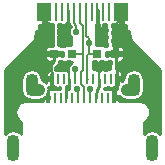
<source format=gtl>
G04 #@! TF.FileFunction,Copper,L1,Top,Signal*
%FSLAX45Y45*%
G04 Gerber Fmt 4.5, Leading zero omitted, Abs format (unit mm)*
G04 Created by KiCad (PCBNEW (2015-06-14 BZR 5747, Git dc9ebf3)-product) date 7/9/2015 01:47:13*
%MOMM*%
G01*
G04 APERTURE LIST*
%ADD10C,0.254000*%
%ADD11R,0.250000X1.500000*%
%ADD12R,1.250000X1.500000*%
%ADD13O,1.100000X1.900000*%
%ADD14O,1.100000X2.250000*%
%ADD15R,0.300000X0.850000*%
%ADD16R,0.250000X0.850000*%
%ADD17O,1.550000X1.100000*%
%ADD18R,0.800000X0.750000*%
%ADD19C,0.558800*%
%ADD20C,0.152400*%
%ADD21C,0.203200*%
%ADD22C,0.304800*%
G04 APERTURE END LIST*
D10*
D11*
X7395000Y-8078000D03*
X7445000Y-8078000D03*
X7495000Y-8078000D03*
X7545000Y-8078000D03*
X7595000Y-8078000D03*
X7645000Y-8078000D03*
X7695000Y-8078000D03*
X7745000Y-8078000D03*
X7795000Y-8078000D03*
X7845000Y-8078000D03*
D12*
X7945000Y-8078000D03*
X7295000Y-8078000D03*
D13*
X7188000Y-8693000D03*
D14*
X8207500Y-9225500D03*
D15*
X7357500Y-8640500D03*
D16*
X7407500Y-8640500D03*
X7457500Y-8640500D03*
X7507500Y-8640500D03*
X7557500Y-8640500D03*
X7607500Y-8640500D03*
X7657500Y-8640500D03*
X7707500Y-8640500D03*
X7757500Y-8640500D03*
X7807500Y-8640500D03*
X7857500Y-8640500D03*
D15*
X7910000Y-8640500D03*
X7885000Y-8800500D03*
D16*
X7832500Y-8800500D03*
X7782500Y-8800500D03*
X7732500Y-8800500D03*
X7682500Y-8800500D03*
X7632500Y-8800500D03*
X7582500Y-8800500D03*
X7532500Y-8800500D03*
X7482500Y-8800500D03*
X7432500Y-8800500D03*
X7382500Y-8800500D03*
D15*
X7330000Y-8800500D03*
D14*
X7032500Y-9225500D03*
D13*
X8052000Y-8693000D03*
D17*
X7220500Y-8733000D03*
X8019500Y-8733000D03*
D18*
X7745000Y-8428000D03*
X7895000Y-8428000D03*
X7525000Y-8428000D03*
X7375000Y-8428000D03*
D19*
X7670000Y-8338000D03*
X7574094Y-8725986D03*
X7358880Y-8318000D03*
X7300000Y-8198000D03*
X7300000Y-8258000D03*
X7240000Y-8258000D03*
X7240000Y-8318000D03*
X7300000Y-8318000D03*
X7358880Y-8258000D03*
X7358880Y-8198000D03*
X8000000Y-8318000D03*
X8000000Y-8258000D03*
X7940000Y-8198000D03*
X7940000Y-8258000D03*
X7940000Y-8318000D03*
X7881120Y-8318000D03*
X7881120Y-8258000D03*
X7881120Y-8198000D03*
X7810000Y-8318000D03*
X7722442Y-8508680D03*
X7505964Y-8509527D03*
X7750000Y-8317774D03*
X7430000Y-8198000D03*
X7430000Y-8258000D03*
X7430000Y-8318000D03*
X7490000Y-8318000D03*
X7490000Y-8258000D03*
X7490000Y-8198000D03*
X7750000Y-8258000D03*
X7810000Y-8258000D03*
X7810000Y-8198000D03*
X7750000Y-8198000D03*
X7467600Y-8554820D03*
X7404100Y-8554820D03*
X7435850Y-8509000D03*
X7753350Y-8554820D03*
X7816850Y-8554820D03*
X7848600Y-8509000D03*
X7785100Y-8509000D03*
X7492176Y-8723724D03*
X7558236Y-8558000D03*
X7567299Y-8241698D03*
X7683300Y-8724565D03*
D20*
X7670000Y-8338000D02*
X7670000Y-8298487D01*
X7670000Y-8298487D02*
X7650481Y-8278968D01*
X7645000Y-8168240D02*
X7645000Y-8078000D01*
X7650481Y-8278968D02*
X7650481Y-8173721D01*
X7650481Y-8173721D02*
X7645000Y-8168240D01*
X7657500Y-8640500D02*
X7657500Y-8440014D01*
X7657500Y-8440014D02*
X7669514Y-8428000D01*
X7745000Y-8428000D02*
X7669514Y-8428000D01*
X7670000Y-8338000D02*
X7670000Y-8377513D01*
X7670000Y-8377513D02*
X7669514Y-8377999D01*
X7669514Y-8377999D02*
X7669514Y-8428000D01*
X7657500Y-8640500D02*
X7657500Y-8436856D01*
D10*
X7658100Y-8639900D02*
X7657500Y-8640500D01*
D20*
X7582500Y-8734392D02*
X7574094Y-8725986D01*
X7582500Y-8800500D02*
X7582500Y-8734392D01*
X7358880Y-8258000D02*
X7358880Y-8318000D01*
D21*
X7240000Y-8258000D02*
X7300000Y-8258000D01*
X7300000Y-8318000D02*
X7240000Y-8318000D01*
X7295000Y-8078000D02*
X7295000Y-8134120D01*
X7295000Y-8134120D02*
X7358880Y-8198000D01*
X7940000Y-8198000D02*
X8000000Y-8258000D01*
X7940000Y-8318000D02*
X7940000Y-8258000D01*
X7881120Y-8258000D02*
X7881120Y-8318000D01*
X7945000Y-8078000D02*
X7945000Y-8134120D01*
X7945000Y-8134120D02*
X7881120Y-8198000D01*
D10*
X7357500Y-8640500D02*
X7357500Y-8587163D01*
X7357500Y-8587163D02*
X7348220Y-8577883D01*
X7375000Y-8428000D02*
X7375000Y-8490900D01*
X7375000Y-8490900D02*
X7348220Y-8517680D01*
X7348220Y-8517680D02*
X7348220Y-8577883D01*
X7895000Y-8428000D02*
X7904480Y-8437480D01*
X7904480Y-8437480D02*
X7904480Y-8556716D01*
X7904480Y-8556716D02*
X7910000Y-8562236D01*
X7910000Y-8562236D02*
X7910000Y-8640500D01*
X7885000Y-8732600D02*
X7909600Y-8708000D01*
X7885000Y-8800500D02*
X7885000Y-8732600D01*
X7909600Y-8640900D02*
X7910000Y-8640500D01*
X7909600Y-8708000D02*
X7909600Y-8640900D01*
X7330000Y-8732600D02*
X7330000Y-8800500D01*
X7354200Y-8708400D02*
X7330000Y-8732600D01*
X7357500Y-8708400D02*
X7354200Y-8708400D01*
X7357500Y-8640500D02*
X7357500Y-8708400D01*
D22*
X7330000Y-8800500D02*
X7296388Y-8800500D01*
D20*
X7619200Y-8427200D02*
X7620000Y-8428000D01*
X7619200Y-8192440D02*
X7619200Y-8427200D01*
X7595000Y-8168240D02*
X7619200Y-8192440D01*
X7595000Y-8078000D02*
X7595000Y-8168240D01*
X7620000Y-8570260D02*
X7607500Y-8582760D01*
X7607500Y-8582760D02*
X7607500Y-8640500D01*
X7620000Y-8428000D02*
X7620000Y-8570260D01*
X7620000Y-8428000D02*
X7525000Y-8428000D01*
X7607500Y-8686648D02*
X7607500Y-8640500D01*
X7632500Y-8711648D02*
X7607500Y-8686648D01*
X7632500Y-8800500D02*
X7632500Y-8711648D01*
X7810000Y-8258000D02*
X7810000Y-8318000D01*
D21*
X7757500Y-8640500D02*
X7757500Y-8543738D01*
X7486650Y-8519267D02*
X7497237Y-8508680D01*
X7486650Y-8556830D02*
X7486650Y-8519267D01*
X7507500Y-8640500D02*
X7507500Y-8577680D01*
X7757500Y-8543738D02*
X7722442Y-8508680D01*
X7507500Y-8577680D02*
X7486650Y-8556830D01*
X7750000Y-8258000D02*
X7750000Y-8314658D01*
X7430000Y-8318000D02*
X7430000Y-8258000D01*
X7490000Y-8258000D02*
X7490000Y-8318000D01*
X7495000Y-8078000D02*
X7495000Y-8193000D01*
X7495000Y-8193000D02*
X7490000Y-8198000D01*
X7810000Y-8198000D02*
X7810000Y-8258000D01*
X7745000Y-8078000D02*
X7745000Y-8193000D01*
X7745000Y-8193000D02*
X7750000Y-8198000D01*
X7404100Y-8554820D02*
X7467600Y-8554820D01*
X7816850Y-8554820D02*
X7753350Y-8554820D01*
X7785100Y-8509000D02*
X7848600Y-8509000D01*
D10*
X7732500Y-8758068D02*
X7739180Y-8751387D01*
X7732500Y-8800500D02*
X7732500Y-8758068D01*
X7757500Y-8708400D02*
X7757500Y-8640500D01*
X7739180Y-8726720D02*
X7757500Y-8708400D01*
X7739180Y-8751387D02*
X7739180Y-8726720D01*
X7507500Y-8640500D02*
X7507500Y-8708400D01*
X7482500Y-8733400D02*
X7492176Y-8723724D01*
X7482500Y-8800500D02*
X7482500Y-8733400D01*
X7507500Y-8708400D02*
X7492176Y-8723724D01*
D20*
X7557500Y-8640500D02*
X7557500Y-8558736D01*
X7557500Y-8558736D02*
X7558236Y-8558000D01*
X7545000Y-8168240D02*
X7567299Y-8190539D01*
X7567299Y-8241698D02*
X7567299Y-8190539D01*
X7545000Y-8168240D02*
X7545000Y-8078000D01*
X7682500Y-8725365D02*
X7683300Y-8724565D01*
X7682500Y-8800500D02*
X7682500Y-8725365D01*
D10*
G36*
X7840022Y-8501343D02*
X7853680Y-8504082D01*
X7853680Y-8556716D01*
X7854165Y-8559154D01*
X7845000Y-8559154D01*
X7832293Y-8561619D01*
X7820000Y-8559154D01*
X7795000Y-8559154D01*
X7780473Y-8561972D01*
X7767704Y-8570360D01*
X7766260Y-8572500D01*
X7748820Y-8572500D01*
X7747640Y-8570704D01*
X7734978Y-8562157D01*
X7720000Y-8559154D01*
X7708900Y-8559154D01*
X7708900Y-8534400D01*
X7707933Y-8529540D01*
X7705180Y-8525420D01*
X7705180Y-8525419D01*
X7703220Y-8523460D01*
X7703220Y-8503989D01*
X7705000Y-8504346D01*
X7785000Y-8504346D01*
X7799527Y-8501528D01*
X7807486Y-8496300D01*
X7832551Y-8496300D01*
X7840022Y-8501343D01*
X7840022Y-8501343D01*
G37*
X7840022Y-8501343D02*
X7853680Y-8504082D01*
X7853680Y-8556716D01*
X7854165Y-8559154D01*
X7845000Y-8559154D01*
X7832293Y-8561619D01*
X7820000Y-8559154D01*
X7795000Y-8559154D01*
X7780473Y-8561972D01*
X7767704Y-8570360D01*
X7766260Y-8572500D01*
X7748820Y-8572500D01*
X7747640Y-8570704D01*
X7734978Y-8562157D01*
X7720000Y-8559154D01*
X7708900Y-8559154D01*
X7708900Y-8534400D01*
X7707933Y-8529540D01*
X7705180Y-8525420D01*
X7705180Y-8525419D01*
X7703220Y-8523460D01*
X7703220Y-8503989D01*
X7705000Y-8504346D01*
X7785000Y-8504346D01*
X7799527Y-8501528D01*
X7807486Y-8496300D01*
X7832551Y-8496300D01*
X7840022Y-8501343D01*
G36*
X7472019Y-8496564D02*
X7485000Y-8499167D01*
X7531100Y-8499167D01*
X7531100Y-8503254D01*
X7523750Y-8506291D01*
X7506587Y-8523424D01*
X7497287Y-8545821D01*
X7497265Y-8570073D01*
X7498268Y-8572500D01*
X7491223Y-8572500D01*
X7482981Y-8566936D01*
X7470000Y-8564333D01*
X7445000Y-8564333D01*
X7432410Y-8566776D01*
X7432356Y-8566811D01*
X7420000Y-8564333D01*
X7396176Y-8564333D01*
X7393940Y-8560987D01*
X7393940Y-8536618D01*
X7407329Y-8523229D01*
X7417240Y-8508396D01*
X7419239Y-8498344D01*
X7427590Y-8496724D01*
X7428236Y-8496300D01*
X7471628Y-8496300D01*
X7472019Y-8496564D01*
X7472019Y-8496564D01*
G37*
X7472019Y-8496564D02*
X7485000Y-8499167D01*
X7531100Y-8499167D01*
X7531100Y-8503254D01*
X7523750Y-8506291D01*
X7506587Y-8523424D01*
X7497287Y-8545821D01*
X7497265Y-8570073D01*
X7498268Y-8572500D01*
X7491223Y-8572500D01*
X7482981Y-8566936D01*
X7470000Y-8564333D01*
X7445000Y-8564333D01*
X7432410Y-8566776D01*
X7432356Y-8566811D01*
X7420000Y-8564333D01*
X7396176Y-8564333D01*
X7393940Y-8560987D01*
X7393940Y-8536618D01*
X7407329Y-8523229D01*
X7417240Y-8508396D01*
X7419239Y-8498344D01*
X7427590Y-8496724D01*
X7428236Y-8496300D01*
X7471628Y-8496300D01*
X7472019Y-8496564D01*
G36*
X7307700Y-8065300D02*
X7309700Y-8065300D01*
X7309700Y-8090700D01*
X7307700Y-8090700D01*
X7307700Y-8175860D01*
X7315320Y-8183480D01*
X7363563Y-8183480D01*
X7366718Y-8182173D01*
X7366980Y-8182350D01*
X7366980Y-8360020D01*
X7362300Y-8360020D01*
X7362300Y-8367640D01*
X7354680Y-8360020D01*
X7328937Y-8360020D01*
X7317734Y-8364660D01*
X7309160Y-8373234D01*
X7304520Y-8384437D01*
X7304520Y-8407680D01*
X7312140Y-8415300D01*
X7362300Y-8415300D01*
X7362300Y-8413300D01*
X7387700Y-8413300D01*
X7387700Y-8415300D01*
X7437860Y-8415300D01*
X7442140Y-8411020D01*
X7451333Y-8411020D01*
X7451333Y-8449423D01*
X7448029Y-8448051D01*
X7445208Y-8448048D01*
X7437860Y-8440700D01*
X7387700Y-8440700D01*
X7387700Y-8442700D01*
X7362300Y-8442700D01*
X7362300Y-8440700D01*
X7312140Y-8440700D01*
X7304520Y-8448320D01*
X7304520Y-8471563D01*
X7309160Y-8482766D01*
X7317734Y-8491340D01*
X7328937Y-8495980D01*
X7354680Y-8495980D01*
X7358380Y-8492280D01*
X7358380Y-8501205D01*
X7349166Y-8519633D01*
X7348853Y-8520777D01*
X7348193Y-8521764D01*
X7347161Y-8526955D01*
X7345763Y-8532059D01*
X7345911Y-8533236D01*
X7345680Y-8534400D01*
X7345680Y-8536549D01*
X7343151Y-8542641D01*
X7343129Y-8566892D01*
X7344099Y-8569239D01*
X7342380Y-8567520D01*
X7336437Y-8567520D01*
X7325234Y-8572160D01*
X7316660Y-8580734D01*
X7312020Y-8591937D01*
X7312020Y-8620180D01*
X7319640Y-8627800D01*
X7350000Y-8627800D01*
X7350000Y-8625800D01*
X7361333Y-8625800D01*
X7361333Y-8683000D01*
X7363776Y-8695590D01*
X7365000Y-8697454D01*
X7365000Y-8705860D01*
X7372620Y-8713480D01*
X7378563Y-8713480D01*
X7380169Y-8712815D01*
X7382019Y-8714064D01*
X7395000Y-8716667D01*
X7420000Y-8716667D01*
X7431224Y-8714489D01*
X7431216Y-8724333D01*
X7420000Y-8724333D01*
X7407410Y-8726776D01*
X7407356Y-8726811D01*
X7395000Y-8724333D01*
X7370000Y-8724333D01*
X7357410Y-8726776D01*
X7354260Y-8728845D01*
X7351063Y-8727520D01*
X7345120Y-8727520D01*
X7342700Y-8729940D01*
X7342700Y-8727520D01*
X7332095Y-8727520D01*
X7328662Y-8710259D01*
X7336437Y-8713480D01*
X7342380Y-8713480D01*
X7350000Y-8705860D01*
X7350000Y-8653200D01*
X7319640Y-8653200D01*
X7312020Y-8660820D01*
X7312020Y-8677668D01*
X7307405Y-8670761D01*
X7278849Y-8651680D01*
X7276020Y-8651117D01*
X7276020Y-8650492D01*
X7269320Y-8616808D01*
X7250239Y-8588252D01*
X7221684Y-8569172D01*
X7188000Y-8562472D01*
X7154316Y-8569172D01*
X7125760Y-8588252D01*
X7106680Y-8616808D01*
X7099980Y-8650492D01*
X7099980Y-8735508D01*
X7106680Y-8769192D01*
X7125760Y-8797748D01*
X7154316Y-8816828D01*
X7188000Y-8823528D01*
X7200609Y-8821020D01*
X7245165Y-8821020D01*
X7278849Y-8814320D01*
X7284520Y-8810531D01*
X7284520Y-8813200D01*
X7292140Y-8813200D01*
X7284520Y-8820820D01*
X7284520Y-8827280D01*
X7145000Y-8827280D01*
X7140583Y-8828159D01*
X7136081Y-8828159D01*
X7116946Y-8831965D01*
X7116946Y-8831965D01*
X7109653Y-8834985D01*
X7100465Y-8838791D01*
X7100465Y-8838791D01*
X7100465Y-8838791D01*
X7084244Y-8849630D01*
X7077937Y-8855937D01*
X7071630Y-8862244D01*
X7060791Y-8878465D01*
X7060791Y-8878465D01*
X7060791Y-8878465D01*
X7053964Y-8894946D01*
X7053964Y-8894946D01*
X7050158Y-8914080D01*
X7050158Y-8931920D01*
X7053964Y-8951054D01*
X7053964Y-8951054D01*
X7057784Y-8960275D01*
X7060791Y-8967535D01*
X7060791Y-8967535D01*
X7071630Y-8983756D01*
X7077937Y-8990063D01*
X7084244Y-8996370D01*
X7099280Y-9006417D01*
X7099280Y-9109705D01*
X7094739Y-9102910D01*
X7066184Y-9083829D01*
X7032500Y-9077129D01*
X6998816Y-9083829D01*
X6970260Y-9102910D01*
X6965720Y-9109705D01*
X6965720Y-8566938D01*
X7202329Y-8330329D01*
X7212240Y-8315496D01*
X7215720Y-8298000D01*
X7215720Y-8267085D01*
X7224996Y-8265240D01*
X7239829Y-8255329D01*
X7249740Y-8240496D01*
X7253220Y-8223000D01*
X7253220Y-8183480D01*
X7274680Y-8183480D01*
X7282300Y-8175860D01*
X7282300Y-8090700D01*
X7280300Y-8090700D01*
X7280300Y-8065300D01*
X7282300Y-8065300D01*
X7282300Y-8063300D01*
X7307700Y-8063300D01*
X7307700Y-8065300D01*
X7307700Y-8065300D01*
G37*
X7307700Y-8065300D02*
X7309700Y-8065300D01*
X7309700Y-8090700D01*
X7307700Y-8090700D01*
X7307700Y-8175860D01*
X7315320Y-8183480D01*
X7363563Y-8183480D01*
X7366718Y-8182173D01*
X7366980Y-8182350D01*
X7366980Y-8360020D01*
X7362300Y-8360020D01*
X7362300Y-8367640D01*
X7354680Y-8360020D01*
X7328937Y-8360020D01*
X7317734Y-8364660D01*
X7309160Y-8373234D01*
X7304520Y-8384437D01*
X7304520Y-8407680D01*
X7312140Y-8415300D01*
X7362300Y-8415300D01*
X7362300Y-8413300D01*
X7387700Y-8413300D01*
X7387700Y-8415300D01*
X7437860Y-8415300D01*
X7442140Y-8411020D01*
X7451333Y-8411020D01*
X7451333Y-8449423D01*
X7448029Y-8448051D01*
X7445208Y-8448048D01*
X7437860Y-8440700D01*
X7387700Y-8440700D01*
X7387700Y-8442700D01*
X7362300Y-8442700D01*
X7362300Y-8440700D01*
X7312140Y-8440700D01*
X7304520Y-8448320D01*
X7304520Y-8471563D01*
X7309160Y-8482766D01*
X7317734Y-8491340D01*
X7328937Y-8495980D01*
X7354680Y-8495980D01*
X7358380Y-8492280D01*
X7358380Y-8501205D01*
X7349166Y-8519633D01*
X7348853Y-8520777D01*
X7348193Y-8521764D01*
X7347161Y-8526955D01*
X7345763Y-8532059D01*
X7345911Y-8533236D01*
X7345680Y-8534400D01*
X7345680Y-8536549D01*
X7343151Y-8542641D01*
X7343129Y-8566892D01*
X7344099Y-8569239D01*
X7342380Y-8567520D01*
X7336437Y-8567520D01*
X7325234Y-8572160D01*
X7316660Y-8580734D01*
X7312020Y-8591937D01*
X7312020Y-8620180D01*
X7319640Y-8627800D01*
X7350000Y-8627800D01*
X7350000Y-8625800D01*
X7361333Y-8625800D01*
X7361333Y-8683000D01*
X7363776Y-8695590D01*
X7365000Y-8697454D01*
X7365000Y-8705860D01*
X7372620Y-8713480D01*
X7378563Y-8713480D01*
X7380169Y-8712815D01*
X7382019Y-8714064D01*
X7395000Y-8716667D01*
X7420000Y-8716667D01*
X7431224Y-8714489D01*
X7431216Y-8724333D01*
X7420000Y-8724333D01*
X7407410Y-8726776D01*
X7407356Y-8726811D01*
X7395000Y-8724333D01*
X7370000Y-8724333D01*
X7357410Y-8726776D01*
X7354260Y-8728845D01*
X7351063Y-8727520D01*
X7345120Y-8727520D01*
X7342700Y-8729940D01*
X7342700Y-8727520D01*
X7332095Y-8727520D01*
X7328662Y-8710259D01*
X7336437Y-8713480D01*
X7342380Y-8713480D01*
X7350000Y-8705860D01*
X7350000Y-8653200D01*
X7319640Y-8653200D01*
X7312020Y-8660820D01*
X7312020Y-8677668D01*
X7307405Y-8670761D01*
X7278849Y-8651680D01*
X7276020Y-8651117D01*
X7276020Y-8650492D01*
X7269320Y-8616808D01*
X7250239Y-8588252D01*
X7221684Y-8569172D01*
X7188000Y-8562472D01*
X7154316Y-8569172D01*
X7125760Y-8588252D01*
X7106680Y-8616808D01*
X7099980Y-8650492D01*
X7099980Y-8735508D01*
X7106680Y-8769192D01*
X7125760Y-8797748D01*
X7154316Y-8816828D01*
X7188000Y-8823528D01*
X7200609Y-8821020D01*
X7245165Y-8821020D01*
X7278849Y-8814320D01*
X7284520Y-8810531D01*
X7284520Y-8813200D01*
X7292140Y-8813200D01*
X7284520Y-8820820D01*
X7284520Y-8827280D01*
X7145000Y-8827280D01*
X7140583Y-8828159D01*
X7136081Y-8828159D01*
X7116946Y-8831965D01*
X7116946Y-8831965D01*
X7109653Y-8834985D01*
X7100465Y-8838791D01*
X7100465Y-8838791D01*
X7100465Y-8838791D01*
X7084244Y-8849630D01*
X7077937Y-8855937D01*
X7071630Y-8862244D01*
X7060791Y-8878465D01*
X7060791Y-8878465D01*
X7060791Y-8878465D01*
X7053964Y-8894946D01*
X7053964Y-8894946D01*
X7050158Y-8914080D01*
X7050158Y-8931920D01*
X7053964Y-8951054D01*
X7053964Y-8951054D01*
X7057784Y-8960275D01*
X7060791Y-8967535D01*
X7060791Y-8967535D01*
X7071630Y-8983756D01*
X7077937Y-8990063D01*
X7084244Y-8996370D01*
X7099280Y-9006417D01*
X7099280Y-9109705D01*
X7094739Y-9102910D01*
X7066184Y-9083829D01*
X7032500Y-9077129D01*
X6998816Y-9083829D01*
X6970260Y-9102910D01*
X6965720Y-9109705D01*
X6965720Y-8566938D01*
X7202329Y-8330329D01*
X7212240Y-8315496D01*
X7215720Y-8298000D01*
X7215720Y-8267085D01*
X7224996Y-8265240D01*
X7239829Y-8255329D01*
X7249740Y-8240496D01*
X7253220Y-8223000D01*
X7253220Y-8183480D01*
X7274680Y-8183480D01*
X7282300Y-8175860D01*
X7282300Y-8090700D01*
X7280300Y-8090700D01*
X7280300Y-8065300D01*
X7282300Y-8065300D01*
X7282300Y-8063300D01*
X7307700Y-8063300D01*
X7307700Y-8065300D01*
G36*
X7957700Y-8065300D02*
X7957700Y-8065300D01*
X7959700Y-8065300D01*
X7959700Y-8090700D01*
X7957700Y-8090700D01*
X7957700Y-8175860D01*
X7965320Y-8183480D01*
X7986780Y-8183480D01*
X7986780Y-8223000D01*
X7990260Y-8240496D01*
X8000171Y-8255329D01*
X8015004Y-8265240D01*
X8024280Y-8267085D01*
X8024280Y-8298000D01*
X8027760Y-8315496D01*
X8037671Y-8330329D01*
X8274280Y-8566938D01*
X8274280Y-9109705D01*
X8269739Y-9102910D01*
X8241184Y-9083829D01*
X8207500Y-9077129D01*
X8173816Y-9083829D01*
X8145260Y-9102910D01*
X8140720Y-9109705D01*
X8140720Y-9006417D01*
X8155756Y-8996370D01*
X8162063Y-8990063D01*
X8168370Y-8983756D01*
X8179209Y-8967535D01*
X8179209Y-8967535D01*
X8179209Y-8967535D01*
X8184192Y-8955504D01*
X8186035Y-8951054D01*
X8186035Y-8951054D01*
X8189841Y-8931919D01*
X8189841Y-8914080D01*
X8189841Y-8914080D01*
X8186035Y-8894946D01*
X8186035Y-8894946D01*
X8180640Y-8881920D01*
X8179209Y-8878465D01*
X8179209Y-8878465D01*
X8179209Y-8878465D01*
X8168370Y-8862244D01*
X8162063Y-8855937D01*
X8155756Y-8849630D01*
X8139535Y-8838791D01*
X8139535Y-8838791D01*
X8130347Y-8834985D01*
X8123054Y-8831965D01*
X8123054Y-8831965D01*
X8103919Y-8828159D01*
X8099417Y-8828159D01*
X8095000Y-8827280D01*
X7930480Y-8827280D01*
X7930480Y-8820820D01*
X7922860Y-8813200D01*
X7892500Y-8813200D01*
X7892500Y-8815200D01*
X7878667Y-8815200D01*
X7878667Y-8758000D01*
X7877500Y-8751986D01*
X7877500Y-8735140D01*
X7869880Y-8727520D01*
X7863937Y-8727520D01*
X7860782Y-8728827D01*
X7857981Y-8726936D01*
X7845000Y-8724333D01*
X7820000Y-8724333D01*
X7807410Y-8726776D01*
X7807356Y-8726811D01*
X7799857Y-8725307D01*
X7801576Y-8716667D01*
X7820000Y-8716667D01*
X7832590Y-8714224D01*
X7832644Y-8714189D01*
X7845000Y-8716667D01*
X7870000Y-8716667D01*
X7882590Y-8714224D01*
X7885739Y-8712156D01*
X7888937Y-8713480D01*
X7894880Y-8713480D01*
X7902500Y-8705860D01*
X7902500Y-8688819D01*
X7903667Y-8683000D01*
X7903667Y-8625800D01*
X7917500Y-8625800D01*
X7917500Y-8627800D01*
X7947860Y-8627800D01*
X7955480Y-8620180D01*
X7955480Y-8591937D01*
X7950840Y-8580734D01*
X7942265Y-8572160D01*
X7931063Y-8567520D01*
X7925120Y-8567520D01*
X7922804Y-8569836D01*
X7924268Y-8562472D01*
X8052000Y-8562472D01*
X8018316Y-8569172D01*
X7989760Y-8588252D01*
X7970680Y-8616808D01*
X7963980Y-8650492D01*
X7963980Y-8651117D01*
X7961151Y-8651680D01*
X7952272Y-8657613D01*
X7947860Y-8653200D01*
X7917500Y-8653200D01*
X7917500Y-8693352D01*
X7913515Y-8699316D01*
X7907765Y-8728225D01*
X7906063Y-8727520D01*
X7900120Y-8727520D01*
X7892500Y-8735140D01*
X7892500Y-8787800D01*
X7922860Y-8787800D01*
X7925716Y-8784944D01*
X7932595Y-8795240D01*
X7961151Y-8814320D01*
X7994835Y-8821020D01*
X8039391Y-8821020D01*
X8052000Y-8823528D01*
X8085684Y-8816828D01*
X8114239Y-8797748D01*
X8133320Y-8769192D01*
X8140020Y-8735508D01*
X8140020Y-8650492D01*
X8133320Y-8616808D01*
X8114239Y-8588252D01*
X8085684Y-8569172D01*
X8052000Y-8562472D01*
X7924268Y-8562472D01*
X7924800Y-8559800D01*
X7924800Y-8495980D01*
X7941063Y-8495980D01*
X7952265Y-8491340D01*
X7960840Y-8482766D01*
X7965480Y-8471563D01*
X7965480Y-8448320D01*
X7957860Y-8440700D01*
X7907700Y-8440700D01*
X7907700Y-8442700D01*
X7882300Y-8442700D01*
X7882300Y-8440700D01*
X7832140Y-8440700D01*
X7827340Y-8445500D01*
X7818667Y-8445500D01*
X7818667Y-8411020D01*
X7827860Y-8411020D01*
X7832140Y-8415300D01*
X7882300Y-8415300D01*
X7882300Y-8367640D01*
X7874680Y-8360020D01*
X7915320Y-8360020D01*
X7907700Y-8367640D01*
X7907700Y-8415300D01*
X7957860Y-8415300D01*
X7965480Y-8407680D01*
X7965480Y-8384437D01*
X7960840Y-8373234D01*
X7952265Y-8364660D01*
X7941063Y-8360020D01*
X7915320Y-8360020D01*
X7874680Y-8360020D01*
X7874680Y-8360020D01*
X7873020Y-8360020D01*
X7873020Y-8182300D01*
X7873239Y-8182155D01*
X7876437Y-8183480D01*
X7924680Y-8183480D01*
X7932300Y-8175860D01*
X7932300Y-8090700D01*
X7930300Y-8090700D01*
X7930300Y-8065300D01*
X7932300Y-8065300D01*
X7932300Y-8063300D01*
X7957700Y-8063300D01*
X7957700Y-8065300D01*
X7957700Y-8065300D01*
G37*
X7957700Y-8065300D02*
X7957700Y-8065300D01*
X7959700Y-8065300D01*
X7959700Y-8090700D01*
X7957700Y-8090700D01*
X7957700Y-8175860D01*
X7965320Y-8183480D01*
X7986780Y-8183480D01*
X7986780Y-8223000D01*
X7990260Y-8240496D01*
X8000171Y-8255329D01*
X8015004Y-8265240D01*
X8024280Y-8267085D01*
X8024280Y-8298000D01*
X8027760Y-8315496D01*
X8037671Y-8330329D01*
X8274280Y-8566938D01*
X8274280Y-9109705D01*
X8269739Y-9102910D01*
X8241184Y-9083829D01*
X8207500Y-9077129D01*
X8173816Y-9083829D01*
X8145260Y-9102910D01*
X8140720Y-9109705D01*
X8140720Y-9006417D01*
X8155756Y-8996370D01*
X8162063Y-8990063D01*
X8168370Y-8983756D01*
X8179209Y-8967535D01*
X8179209Y-8967535D01*
X8179209Y-8967535D01*
X8184192Y-8955504D01*
X8186035Y-8951054D01*
X8186035Y-8951054D01*
X8189841Y-8931919D01*
X8189841Y-8914080D01*
X8189841Y-8914080D01*
X8186035Y-8894946D01*
X8186035Y-8894946D01*
X8180640Y-8881920D01*
X8179209Y-8878465D01*
X8179209Y-8878465D01*
X8179209Y-8878465D01*
X8168370Y-8862244D01*
X8162063Y-8855937D01*
X8155756Y-8849630D01*
X8139535Y-8838791D01*
X8139535Y-8838791D01*
X8130347Y-8834985D01*
X8123054Y-8831965D01*
X8123054Y-8831965D01*
X8103919Y-8828159D01*
X8099417Y-8828159D01*
X8095000Y-8827280D01*
X7930480Y-8827280D01*
X7930480Y-8820820D01*
X7922860Y-8813200D01*
X7892500Y-8813200D01*
X7892500Y-8815200D01*
X7878667Y-8815200D01*
X7878667Y-8758000D01*
X7877500Y-8751986D01*
X7877500Y-8735140D01*
X7869880Y-8727520D01*
X7863937Y-8727520D01*
X7860782Y-8728827D01*
X7857981Y-8726936D01*
X7845000Y-8724333D01*
X7820000Y-8724333D01*
X7807410Y-8726776D01*
X7807356Y-8726811D01*
X7799857Y-8725307D01*
X7801576Y-8716667D01*
X7820000Y-8716667D01*
X7832590Y-8714224D01*
X7832644Y-8714189D01*
X7845000Y-8716667D01*
X7870000Y-8716667D01*
X7882590Y-8714224D01*
X7885739Y-8712156D01*
X7888937Y-8713480D01*
X7894880Y-8713480D01*
X7902500Y-8705860D01*
X7902500Y-8688819D01*
X7903667Y-8683000D01*
X7903667Y-8625800D01*
X7917500Y-8625800D01*
X7917500Y-8627800D01*
X7947860Y-8627800D01*
X7955480Y-8620180D01*
X7955480Y-8591937D01*
X7950840Y-8580734D01*
X7942265Y-8572160D01*
X7931063Y-8567520D01*
X7925120Y-8567520D01*
X7922804Y-8569836D01*
X7924268Y-8562472D01*
X8052000Y-8562472D01*
X8018316Y-8569172D01*
X7989760Y-8588252D01*
X7970680Y-8616808D01*
X7963980Y-8650492D01*
X7963980Y-8651117D01*
X7961151Y-8651680D01*
X7952272Y-8657613D01*
X7947860Y-8653200D01*
X7917500Y-8653200D01*
X7917500Y-8693352D01*
X7913515Y-8699316D01*
X7907765Y-8728225D01*
X7906063Y-8727520D01*
X7900120Y-8727520D01*
X7892500Y-8735140D01*
X7892500Y-8787800D01*
X7922860Y-8787800D01*
X7925716Y-8784944D01*
X7932595Y-8795240D01*
X7961151Y-8814320D01*
X7994835Y-8821020D01*
X8039391Y-8821020D01*
X8052000Y-8823528D01*
X8085684Y-8816828D01*
X8114239Y-8797748D01*
X8133320Y-8769192D01*
X8140020Y-8735508D01*
X8140020Y-8650492D01*
X8133320Y-8616808D01*
X8114239Y-8588252D01*
X8085684Y-8569172D01*
X8052000Y-8562472D01*
X7924268Y-8562472D01*
X7924800Y-8559800D01*
X7924800Y-8495980D01*
X7941063Y-8495980D01*
X7952265Y-8491340D01*
X7960840Y-8482766D01*
X7965480Y-8471563D01*
X7965480Y-8448320D01*
X7957860Y-8440700D01*
X7907700Y-8440700D01*
X7907700Y-8442700D01*
X7882300Y-8442700D01*
X7882300Y-8440700D01*
X7832140Y-8440700D01*
X7827340Y-8445500D01*
X7818667Y-8445500D01*
X7818667Y-8411020D01*
X7827860Y-8411020D01*
X7832140Y-8415300D01*
X7882300Y-8415300D01*
X7882300Y-8367640D01*
X7874680Y-8360020D01*
X7915320Y-8360020D01*
X7907700Y-8367640D01*
X7907700Y-8415300D01*
X7957860Y-8415300D01*
X7965480Y-8407680D01*
X7965480Y-8384437D01*
X7960840Y-8373234D01*
X7952265Y-8364660D01*
X7941063Y-8360020D01*
X7915320Y-8360020D01*
X7874680Y-8360020D01*
X7874680Y-8360020D01*
X7873020Y-8360020D01*
X7873020Y-8182300D01*
X7873239Y-8182155D01*
X7876437Y-8183480D01*
X7924680Y-8183480D01*
X7932300Y-8175860D01*
X7932300Y-8090700D01*
X7930300Y-8090700D01*
X7930300Y-8065300D01*
X7932300Y-8065300D01*
X7932300Y-8063300D01*
X7957700Y-8063300D01*
X7957700Y-8065300D01*
G36*
X7336333Y-8815200D02*
X7322500Y-8815200D01*
X7322500Y-8813200D01*
X7315300Y-8813200D01*
X7315300Y-8787800D01*
X7322500Y-8787800D01*
X7322500Y-8785800D01*
X7336333Y-8785800D01*
X7336333Y-8815200D01*
X7336333Y-8815200D01*
G37*
X7336333Y-8815200D02*
X7322500Y-8815200D01*
X7322500Y-8813200D01*
X7315300Y-8813200D01*
X7315300Y-8787800D01*
X7322500Y-8787800D01*
X7322500Y-8785800D01*
X7336333Y-8785800D01*
X7336333Y-8815200D01*
G36*
X7497300Y-8158000D02*
X7498267Y-8162860D01*
X7501020Y-8166980D01*
X7501250Y-8167134D01*
X7501250Y-8177765D01*
X7507808Y-8184323D01*
X7516263Y-8196977D01*
X7517300Y-8198014D01*
X7517300Y-8205474D01*
X7515650Y-8207121D01*
X7506350Y-8229519D01*
X7506329Y-8253770D01*
X7515590Y-8276184D01*
X7517300Y-8277897D01*
X7517300Y-8356833D01*
X7485000Y-8356833D01*
X7472410Y-8359276D01*
X7463239Y-8365300D01*
X7436668Y-8365300D01*
X7427981Y-8359436D01*
X7415000Y-8356833D01*
X7412700Y-8356833D01*
X7412700Y-8347348D01*
X7419829Y-8330179D01*
X7419850Y-8305927D01*
X7412700Y-8288622D01*
X7412700Y-8287348D01*
X7419829Y-8270179D01*
X7419850Y-8245927D01*
X7412700Y-8228622D01*
X7412700Y-8227348D01*
X7419829Y-8210179D01*
X7419850Y-8185927D01*
X7419216Y-8184394D01*
X7420090Y-8184224D01*
X7420144Y-8184189D01*
X7432500Y-8186667D01*
X7457500Y-8186667D01*
X7470090Y-8184224D01*
X7470673Y-8183842D01*
X7475932Y-8186020D01*
X7480495Y-8186020D01*
X7488750Y-8177765D01*
X7488750Y-8165052D01*
X7491167Y-8153000D01*
X7491167Y-8063300D01*
X7497300Y-8063300D01*
X7497300Y-8158000D01*
X7497300Y-8158000D01*
G37*
X7497300Y-8158000D02*
X7498267Y-8162860D01*
X7501020Y-8166980D01*
X7501250Y-8167134D01*
X7501250Y-8177765D01*
X7507808Y-8184323D01*
X7516263Y-8196977D01*
X7517300Y-8198014D01*
X7517300Y-8205474D01*
X7515650Y-8207121D01*
X7506350Y-8229519D01*
X7506329Y-8253770D01*
X7515590Y-8276184D01*
X7517300Y-8277897D01*
X7517300Y-8356833D01*
X7485000Y-8356833D01*
X7472410Y-8359276D01*
X7463239Y-8365300D01*
X7436668Y-8365300D01*
X7427981Y-8359436D01*
X7415000Y-8356833D01*
X7412700Y-8356833D01*
X7412700Y-8347348D01*
X7419829Y-8330179D01*
X7419850Y-8305927D01*
X7412700Y-8288622D01*
X7412700Y-8287348D01*
X7419829Y-8270179D01*
X7419850Y-8245927D01*
X7412700Y-8228622D01*
X7412700Y-8227348D01*
X7419829Y-8210179D01*
X7419850Y-8185927D01*
X7419216Y-8184394D01*
X7420090Y-8184224D01*
X7420144Y-8184189D01*
X7432500Y-8186667D01*
X7457500Y-8186667D01*
X7470090Y-8184224D01*
X7470673Y-8183842D01*
X7475932Y-8186020D01*
X7480495Y-8186020D01*
X7488750Y-8177765D01*
X7488750Y-8165052D01*
X7491167Y-8153000D01*
X7491167Y-8063300D01*
X7497300Y-8063300D01*
X7497300Y-8158000D01*
G36*
X7748833Y-8153000D02*
X7751250Y-8165457D01*
X7751250Y-8200625D01*
X7767125Y-8216500D01*
X7770131Y-8216500D01*
X7793470Y-8206833D01*
X7811333Y-8188970D01*
X7812705Y-8185657D01*
X7820090Y-8184224D01*
X7820144Y-8184189D01*
X7820794Y-8184319D01*
X7820171Y-8185821D01*
X7820150Y-8210072D01*
X7827300Y-8227377D01*
X7827300Y-8228652D01*
X7820171Y-8245821D01*
X7820150Y-8270072D01*
X7827300Y-8287377D01*
X7827300Y-8288652D01*
X7820171Y-8305821D01*
X7820150Y-8330072D01*
X7827300Y-8347377D01*
X7827300Y-8365300D01*
X7806668Y-8365300D01*
X7797981Y-8359436D01*
X7785000Y-8356833D01*
X7732700Y-8356833D01*
X7732700Y-8206675D01*
X7738750Y-8200625D01*
X7738750Y-8165052D01*
X7741167Y-8153000D01*
X7741167Y-8063300D01*
X7748833Y-8063300D01*
X7748833Y-8153000D01*
X7748833Y-8153000D01*
G37*
X7748833Y-8153000D02*
X7751250Y-8165457D01*
X7751250Y-8200625D01*
X7767125Y-8216500D01*
X7770131Y-8216500D01*
X7793470Y-8206833D01*
X7811333Y-8188970D01*
X7812705Y-8185657D01*
X7820090Y-8184224D01*
X7820144Y-8184189D01*
X7820794Y-8184319D01*
X7820171Y-8185821D01*
X7820150Y-8210072D01*
X7827300Y-8227377D01*
X7827300Y-8228652D01*
X7820171Y-8245821D01*
X7820150Y-8270072D01*
X7827300Y-8287377D01*
X7827300Y-8288652D01*
X7820171Y-8305821D01*
X7820150Y-8330072D01*
X7827300Y-8347377D01*
X7827300Y-8365300D01*
X7806668Y-8365300D01*
X7797981Y-8359436D01*
X7785000Y-8356833D01*
X7732700Y-8356833D01*
X7732700Y-8206675D01*
X7738750Y-8200625D01*
X7738750Y-8165052D01*
X7741167Y-8153000D01*
X7741167Y-8063300D01*
X7748833Y-8063300D01*
X7748833Y-8153000D01*
M02*

</source>
